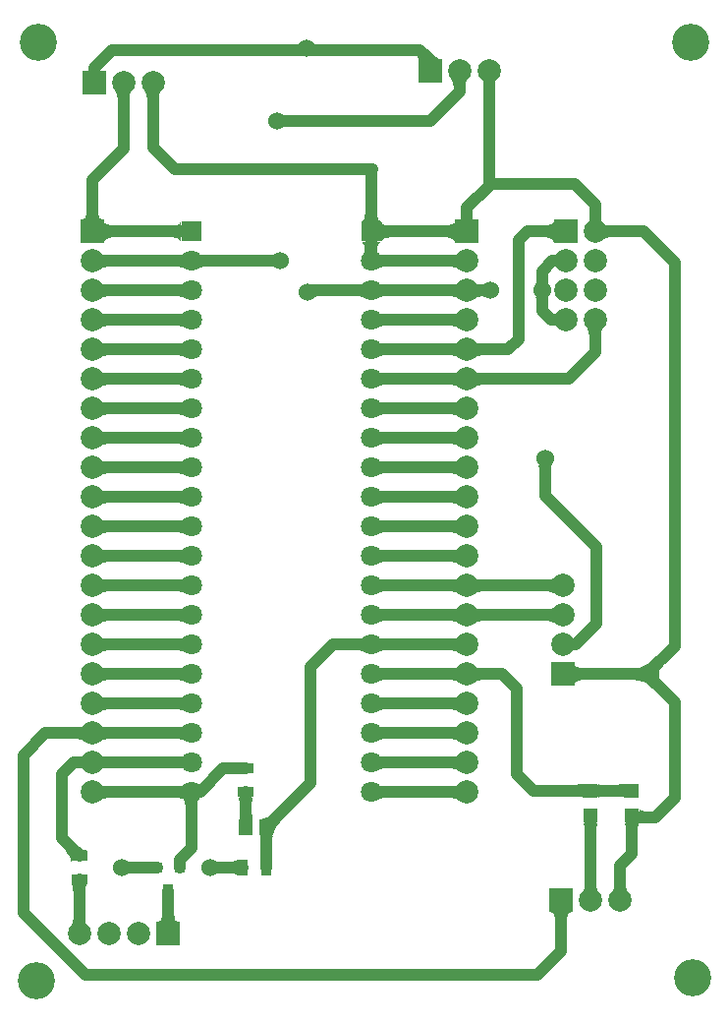
<source format=gbl>
G04 Layer_Physical_Order=2*
G04 Layer_Color=16711680*
%FSLAX44Y44*%
%MOMM*%
G71*
G01*
G75*
%ADD10R,1.2700X1.2700*%
%ADD11R,1.4000X0.9500*%
%ADD12R,0.9500X1.4000*%
%ADD13R,1.1600X1.4700*%
%ADD14R,0.9144X1.2700*%
%ADD15R,0.9144X0.9144*%
%ADD16C,1.0000*%
%ADD17C,1.5240*%
%ADD18R,2.0000X2.0000*%
%ADD19C,2.0000*%
%ADD20R,2.0000X2.0000*%
%ADD21R,1.8000X1.8000*%
%ADD22C,1.8000*%
%ADD23C,3.2000*%
G36*
X396719Y316850D02*
X396291Y317230D01*
X395790Y317570D01*
X395219Y317870D01*
X394575Y318130D01*
X393859Y318350D01*
X393071Y318530D01*
X392211Y318670D01*
X391279Y318770D01*
X389200Y318850D01*
Y328850D01*
X390275Y328870D01*
X392211Y329030D01*
X393071Y329170D01*
X393859Y329350D01*
X394575Y329570D01*
X395219Y329830D01*
X395790Y330130D01*
X396291Y330470D01*
X396719Y330850D01*
Y316850D01*
D02*
G37*
G36*
X88849Y330470D02*
X89349Y330130D01*
X89922Y329830D01*
X90565Y329570D01*
X91281Y329350D01*
X92069Y329170D01*
X92929Y329030D01*
X93861Y328930D01*
X95940Y328850D01*
Y318850D01*
X94865Y318830D01*
X92929Y318670D01*
X92069Y318530D01*
X91281Y318350D01*
X90565Y318130D01*
X89922Y317870D01*
X89349Y317570D01*
X88849Y317230D01*
X88421Y316850D01*
Y330850D01*
X88849Y330470D01*
D02*
G37*
G36*
X328061Y304503D02*
X328433Y304282D01*
X328884Y304087D01*
X329412Y303918D01*
X330018Y303775D01*
X330703Y303658D01*
X332307Y303502D01*
X333226Y303463D01*
X334223Y303450D01*
Y293450D01*
X333226Y293437D01*
X330703Y293242D01*
X330018Y293125D01*
X329412Y292982D01*
X328884Y292813D01*
X328433Y292618D01*
X328061Y292397D01*
X327767Y292150D01*
Y304750D01*
X328061Y304503D01*
D02*
G37*
G36*
X159913Y317550D02*
X159619Y317797D01*
X159247Y318018D01*
X158797Y318213D01*
X158268Y318382D01*
X157662Y318525D01*
X156977Y318642D01*
X155373Y318798D01*
X154454Y318837D01*
X153457Y318850D01*
Y328850D01*
X154454Y328863D01*
X156977Y329058D01*
X157662Y329175D01*
X158268Y329318D01*
X158797Y329487D01*
X159247Y329682D01*
X159619Y329903D01*
X159913Y330150D01*
Y317550D01*
D02*
G37*
G36*
X88849Y355870D02*
X89349Y355530D01*
X89922Y355230D01*
X90565Y354970D01*
X91281Y354750D01*
X92069Y354570D01*
X92929Y354430D01*
X93861Y354330D01*
X95940Y354250D01*
Y344250D01*
X94865Y344230D01*
X92929Y344070D01*
X92069Y343930D01*
X91281Y343750D01*
X90565Y343530D01*
X89922Y343270D01*
X89349Y342970D01*
X88849Y342630D01*
X88421Y342250D01*
Y356250D01*
X88849Y355870D01*
D02*
G37*
G36*
X328061Y329903D02*
X328433Y329682D01*
X328884Y329487D01*
X329412Y329318D01*
X330018Y329175D01*
X330703Y329058D01*
X332307Y328902D01*
X333226Y328863D01*
X334223Y328850D01*
Y318850D01*
X333226Y318837D01*
X330703Y318642D01*
X330018Y318525D01*
X329412Y318382D01*
X328884Y318213D01*
X328433Y318018D01*
X328061Y317797D01*
X327767Y317550D01*
Y330150D01*
X328061Y329903D01*
D02*
G37*
G36*
X314913Y317550D02*
X314619Y317797D01*
X314247Y318018D01*
X313797Y318213D01*
X313268Y318382D01*
X312662Y318525D01*
X311977Y318642D01*
X310373Y318798D01*
X309454Y318837D01*
X308457Y318850D01*
Y328850D01*
X309454Y328863D01*
X311977Y329058D01*
X312662Y329175D01*
X313268Y329318D01*
X313797Y329487D01*
X314247Y329682D01*
X314619Y329903D01*
X314913Y330150D01*
Y317550D01*
D02*
G37*
G36*
X159913Y292150D02*
X159619Y292397D01*
X159247Y292618D01*
X158797Y292813D01*
X158268Y292982D01*
X157662Y293125D01*
X156977Y293242D01*
X155373Y293398D01*
X154454Y293437D01*
X153457Y293450D01*
Y303450D01*
X154454Y303463D01*
X156977Y303658D01*
X157662Y303775D01*
X158268Y303918D01*
X158797Y304087D01*
X159247Y304282D01*
X159619Y304503D01*
X159913Y304750D01*
Y292150D01*
D02*
G37*
G36*
X572942Y305521D02*
X571669Y304107D01*
X570679Y302693D01*
X569972Y301278D01*
X569548Y299864D01*
X569407Y298450D01*
X569548Y297036D01*
X569972Y295622D01*
X570679Y294207D01*
X571669Y292793D01*
X572942Y291379D01*
X563800Y286379D01*
X562356Y287722D01*
X560854Y288925D01*
X559294Y289985D01*
X557674Y290904D01*
X555997Y291682D01*
X554260Y292319D01*
X552465Y292814D01*
X550612Y293167D01*
X548700Y293379D01*
X546729Y293450D01*
Y303450D01*
X548700Y303521D01*
X550612Y303733D01*
X552465Y304086D01*
X554260Y304581D01*
X555997Y305218D01*
X557674Y305996D01*
X559294Y306915D01*
X560854Y307976D01*
X562356Y309178D01*
X563800Y310521D01*
X572942Y305521D01*
D02*
G37*
G36*
X328061Y279103D02*
X328433Y278882D01*
X328884Y278687D01*
X329412Y278518D01*
X330018Y278375D01*
X330703Y278258D01*
X332307Y278102D01*
X333226Y278063D01*
X334223Y278050D01*
X334223Y268050D01*
X333226Y268037D01*
X330703Y267842D01*
X330018Y267725D01*
X329412Y267582D01*
X328884Y267413D01*
X328433Y267218D01*
X328061Y266997D01*
X327767Y266750D01*
X327767Y279350D01*
X328061Y279103D01*
D02*
G37*
G36*
X159913Y266750D02*
X159619Y266997D01*
X159247Y267218D01*
X158797Y267413D01*
X158268Y267582D01*
X157662Y267725D01*
X156977Y267842D01*
X155373Y267998D01*
X154454Y268037D01*
X153457Y268050D01*
Y278050D01*
X154454Y278063D01*
X156977Y278258D01*
X157662Y278375D01*
X158268Y278518D01*
X158797Y278687D01*
X159247Y278882D01*
X159619Y279103D01*
X159913Y279350D01*
Y266750D01*
D02*
G37*
G36*
X496479Y307475D02*
X496780Y306630D01*
X497280Y305885D01*
X497980Y305239D01*
X498880Y304692D01*
X499980Y304245D01*
X501279Y303897D01*
X502780Y303649D01*
X504479Y303500D01*
X506380Y303450D01*
Y293450D01*
X504479Y293400D01*
X502780Y293251D01*
X501279Y293003D01*
X499980Y292655D01*
X498880Y292208D01*
X497980Y291661D01*
X497280Y291015D01*
X496780Y290270D01*
X496479Y289425D01*
X496380Y288480D01*
Y308419D01*
X496479Y307475D01*
D02*
G37*
G36*
X411429Y305070D02*
X411930Y304730D01*
X412501Y304430D01*
X413145Y304170D01*
X413861Y303950D01*
X414649Y303770D01*
X415509Y303630D01*
X416441Y303530D01*
X418520Y303450D01*
Y293450D01*
X417445Y293430D01*
X415509Y293270D01*
X414649Y293130D01*
X413861Y292950D01*
X413145Y292730D01*
X412501Y292470D01*
X411930Y292170D01*
X411429Y291830D01*
X411001Y291450D01*
Y305450D01*
X411429Y305070D01*
D02*
G37*
G36*
X396719Y291450D02*
X396291Y291830D01*
X395790Y292170D01*
X395219Y292470D01*
X394575Y292730D01*
X393859Y292950D01*
X393071Y293130D01*
X392211Y293270D01*
X391279Y293370D01*
X389200Y293450D01*
Y303450D01*
X390275Y303470D01*
X392211Y303630D01*
X393071Y303770D01*
X393859Y303950D01*
X394575Y304170D01*
X395219Y304430D01*
X395790Y304730D01*
X396291Y305070D01*
X396719Y305450D01*
Y291450D01*
D02*
G37*
G36*
X88849Y305070D02*
X89349Y304730D01*
X89922Y304430D01*
X90565Y304170D01*
X91281Y303950D01*
X92069Y303770D01*
X92929Y303630D01*
X93861Y303530D01*
X95940Y303450D01*
Y293450D01*
X94865Y293430D01*
X92929Y293270D01*
X92069Y293130D01*
X91281Y292950D01*
X90565Y292730D01*
X89922Y292470D01*
X89349Y292170D01*
X88849Y291830D01*
X88421Y291450D01*
Y305450D01*
X88849Y305070D01*
D02*
G37*
G36*
X396719Y342250D02*
X396291Y342630D01*
X395790Y342970D01*
X395219Y343270D01*
X394575Y343530D01*
X393859Y343750D01*
X393071Y343930D01*
X392211Y344070D01*
X391279Y344170D01*
X389200Y344250D01*
Y354250D01*
X390275Y354270D01*
X392211Y354430D01*
X393071Y354570D01*
X393859Y354750D01*
X394575Y354970D01*
X395219Y355230D01*
X395790Y355530D01*
X396291Y355870D01*
X396719Y356250D01*
Y342250D01*
D02*
G37*
G36*
X88849Y406670D02*
X89349Y406330D01*
X89922Y406030D01*
X90565Y405770D01*
X91281Y405550D01*
X92069Y405370D01*
X92929Y405230D01*
X93861Y405130D01*
X95940Y405050D01*
Y395050D01*
X94865Y395030D01*
X92929Y394870D01*
X92069Y394730D01*
X91281Y394550D01*
X90565Y394330D01*
X89922Y394070D01*
X89349Y393770D01*
X88849Y393430D01*
X88421Y393050D01*
Y407050D01*
X88849Y406670D01*
D02*
G37*
G36*
X328061Y380703D02*
X328433Y380482D01*
X328884Y380287D01*
X329412Y380118D01*
X330018Y379975D01*
X330703Y379858D01*
X332307Y379702D01*
X333226Y379663D01*
X334223Y379650D01*
X334223Y369650D01*
X333226Y369637D01*
X330703Y369442D01*
X330018Y369325D01*
X329412Y369182D01*
X328884Y369013D01*
X328433Y368818D01*
X328061Y368597D01*
X327767Y368350D01*
X327767Y380950D01*
X328061Y380703D01*
D02*
G37*
G36*
X159913Y368350D02*
X159619Y368597D01*
X159247Y368818D01*
X158797Y369013D01*
X158268Y369182D01*
X157662Y369325D01*
X156977Y369442D01*
X155373Y369598D01*
X154454Y369637D01*
X153457Y369650D01*
Y379650D01*
X154454Y379663D01*
X156977Y379858D01*
X157662Y379975D01*
X158268Y380118D01*
X158797Y380287D01*
X159247Y380482D01*
X159619Y380703D01*
X159913Y380950D01*
Y368350D01*
D02*
G37*
G36*
X396719Y393050D02*
X396291Y393430D01*
X395790Y393770D01*
X395219Y394070D01*
X394575Y394330D01*
X393859Y394550D01*
X393071Y394730D01*
X392211Y394870D01*
X391279Y394970D01*
X389200Y395050D01*
Y405050D01*
X390275Y405070D01*
X392211Y405230D01*
X393071Y405370D01*
X393859Y405550D01*
X394575Y405770D01*
X395219Y406030D01*
X395790Y406330D01*
X396291Y406670D01*
X396719Y407050D01*
Y393050D01*
D02*
G37*
G36*
X88849Y432070D02*
X89349Y431730D01*
X89922Y431430D01*
X90565Y431170D01*
X91281Y430950D01*
X92069Y430770D01*
X92929Y430630D01*
X93861Y430530D01*
X95940Y430450D01*
Y420450D01*
X94865Y420430D01*
X92929Y420270D01*
X92069Y420130D01*
X91281Y419950D01*
X90565Y419730D01*
X89922Y419470D01*
X89349Y419170D01*
X88849Y418830D01*
X88421Y418450D01*
Y432450D01*
X88849Y432070D01*
D02*
G37*
G36*
X328061Y406103D02*
X328433Y405882D01*
X328884Y405687D01*
X329412Y405518D01*
X330018Y405375D01*
X330703Y405258D01*
X332307Y405102D01*
X333226Y405063D01*
X334223Y405050D01*
X334223Y395050D01*
X333226Y395037D01*
X330703Y394842D01*
X330018Y394725D01*
X329412Y394582D01*
X328884Y394413D01*
X328433Y394218D01*
X328061Y393997D01*
X327767Y393750D01*
X327767Y406350D01*
X328061Y406103D01*
D02*
G37*
G36*
X159913Y393750D02*
X159619Y393997D01*
X159247Y394218D01*
X158797Y394413D01*
X158268Y394582D01*
X157662Y394725D01*
X156977Y394842D01*
X155373Y394998D01*
X154454Y395037D01*
X153457Y395050D01*
X153457Y405050D01*
X154454Y405063D01*
X156977Y405258D01*
X157662Y405375D01*
X158268Y405518D01*
X158797Y405687D01*
X159247Y405882D01*
X159619Y406103D01*
X159913Y406350D01*
X159913Y393750D01*
D02*
G37*
G36*
X411429Y381270D02*
X411930Y380930D01*
X412501Y380630D01*
X413145Y380370D01*
X413861Y380150D01*
X414649Y379970D01*
X415509Y379830D01*
X416441Y379730D01*
X418520Y379650D01*
X418520Y369650D01*
X417444Y369630D01*
X415509Y369470D01*
X414649Y369330D01*
X413861Y369150D01*
X413145Y368930D01*
X412501Y368670D01*
X411930Y368370D01*
X411429Y368030D01*
X411001Y367650D01*
X411001Y381650D01*
X411429Y381270D01*
D02*
G37*
G36*
X159913Y342950D02*
X159619Y343197D01*
X159247Y343418D01*
X158797Y343613D01*
X158268Y343782D01*
X157662Y343925D01*
X156977Y344042D01*
X155373Y344198D01*
X154454Y344237D01*
X153457Y344250D01*
Y354250D01*
X154454Y354263D01*
X156977Y354458D01*
X157662Y354575D01*
X158268Y354718D01*
X158797Y354887D01*
X159247Y355082D01*
X159619Y355303D01*
X159913Y355550D01*
Y342950D01*
D02*
G37*
G36*
X479269Y342250D02*
X478840Y342630D01*
X478340Y342970D01*
X477769Y343270D01*
X477125Y343530D01*
X476409Y343750D01*
X475621Y343930D01*
X474761Y344070D01*
X473829Y344170D01*
X471750Y344250D01*
Y354250D01*
X472825Y354270D01*
X474761Y354430D01*
X475621Y354570D01*
X476409Y354750D01*
X477125Y354970D01*
X477769Y355230D01*
X478340Y355530D01*
X478840Y355870D01*
X479269Y356250D01*
Y342250D01*
D02*
G37*
G36*
X411429Y355870D02*
X411930Y355530D01*
X412501Y355230D01*
X413145Y354970D01*
X413861Y354750D01*
X414649Y354570D01*
X415509Y354430D01*
X416441Y354330D01*
X418520Y354250D01*
X418520Y344250D01*
X417445Y344230D01*
X415509Y344070D01*
X414649Y343930D01*
X413861Y343750D01*
X413145Y343530D01*
X412501Y343270D01*
X411930Y342970D01*
X411429Y342630D01*
X411001Y342250D01*
X411001Y356250D01*
X411429Y355870D01*
D02*
G37*
G36*
X328061Y355303D02*
X328433Y355082D01*
X328884Y354887D01*
X329412Y354718D01*
X330018Y354575D01*
X330703Y354458D01*
X332307Y354302D01*
X333226Y354263D01*
X334223Y354250D01*
Y344250D01*
X333226Y344237D01*
X330703Y344042D01*
X330018Y343925D01*
X329412Y343782D01*
X328884Y343613D01*
X328433Y343418D01*
X328061Y343197D01*
X327767Y342950D01*
Y355550D01*
X328061Y355303D01*
D02*
G37*
G36*
X396719Y367650D02*
X396291Y368030D01*
X395790Y368370D01*
X395219Y368670D01*
X394575Y368930D01*
X393859Y369150D01*
X393071Y369330D01*
X392211Y369470D01*
X391279Y369570D01*
X389200Y369650D01*
Y379650D01*
X390275Y379670D01*
X392211Y379830D01*
X393071Y379970D01*
X393859Y380150D01*
X394575Y380370D01*
X395219Y380630D01*
X395790Y380930D01*
X396291Y381270D01*
X396719Y381650D01*
Y367650D01*
D02*
G37*
G36*
X88849Y381270D02*
X89349Y380930D01*
X89922Y380630D01*
X90566Y380370D01*
X91281Y380150D01*
X92069Y379970D01*
X92929Y379830D01*
X93861Y379730D01*
X95940Y379650D01*
X95940Y369650D01*
X94865Y369630D01*
X92929Y369470D01*
X92069Y369330D01*
X91281Y369150D01*
X90565Y368930D01*
X89922Y368670D01*
X89349Y368370D01*
X88849Y368030D01*
X88421Y367650D01*
X88421Y381650D01*
X88849Y381270D01*
D02*
G37*
G36*
X479269Y367650D02*
X478840Y368030D01*
X478340Y368370D01*
X477769Y368670D01*
X477125Y368930D01*
X476409Y369150D01*
X475621Y369330D01*
X474761Y369470D01*
X473829Y369570D01*
X471750Y369650D01*
Y379650D01*
X472825Y379670D01*
X474761Y379830D01*
X475621Y379970D01*
X476409Y380150D01*
X477125Y380370D01*
X477769Y380630D01*
X478340Y380930D01*
X478840Y381270D01*
X479269Y381650D01*
Y367650D01*
D02*
G37*
G36*
X396719Y266050D02*
X396291Y266430D01*
X395790Y266770D01*
X395219Y267070D01*
X394575Y267330D01*
X393859Y267550D01*
X393071Y267730D01*
X392211Y267870D01*
X391279Y267970D01*
X389200Y268050D01*
Y278050D01*
X390275Y278070D01*
X392211Y278230D01*
X393071Y278370D01*
X393859Y278550D01*
X394575Y278770D01*
X395219Y279030D01*
X395790Y279330D01*
X396291Y279670D01*
X396719Y280050D01*
Y266050D01*
D02*
G37*
G36*
X243991Y172139D02*
X242647Y170736D01*
X240384Y167992D01*
X239465Y166651D01*
X238687Y165332D01*
X238051Y164033D01*
X237556Y162756D01*
X237202Y161500D01*
X236990Y160265D01*
X236919Y159051D01*
X236773Y158951D01*
X236642Y158651D01*
X236527Y158151D01*
X236427Y157451D01*
X236273Y155450D01*
X236150Y149051D01*
X226150D01*
X226142Y150950D01*
X225658Y158651D01*
X225527Y158951D01*
X225380Y159051D01*
X236919D01*
X225380Y173689D01*
X226595Y173760D01*
X227830Y173972D01*
X229086Y174326D01*
X230363Y174821D01*
X231662Y175457D01*
X232981Y176235D01*
X234322Y177154D01*
X235683Y178215D01*
X237066Y179417D01*
X238470Y180761D01*
X243991Y172139D01*
D02*
G37*
G36*
X66520Y152527D02*
X69152Y150264D01*
X70395Y149345D01*
X71588Y148567D01*
X72733Y147931D01*
X73828Y147436D01*
X74874Y147082D01*
X75871Y146870D01*
X76820Y146799D01*
X62881Y137360D01*
X62810Y138309D01*
X62598Y139306D01*
X62244Y140352D01*
X61749Y141447D01*
X61113Y142592D01*
X60335Y143785D01*
X59416Y145028D01*
X57153Y147660D01*
X55809Y149050D01*
X65131Y153871D01*
X66520Y152527D01*
D02*
G37*
G36*
X188599Y137351D02*
X188792Y137294D01*
X189069Y137244D01*
X189430Y137200D01*
X191021Y137110D01*
X193372Y137080D01*
Y127080D01*
X192504Y127077D01*
X188792Y126866D01*
X188599Y126809D01*
X188492Y126746D01*
Y137414D01*
X188599Y137351D01*
D02*
G37*
G36*
X516609Y170110D02*
X516385Y169811D01*
X516187Y169310D01*
X516015Y168610D01*
X515870Y167710D01*
X515659Y165310D01*
X515553Y162111D01*
X515540Y160210D01*
X505540D01*
X505527Y162111D01*
X505065Y168610D01*
X504893Y169310D01*
X504696Y169811D01*
X504471Y170110D01*
X504221Y170210D01*
X516860D01*
X516609Y170110D01*
D02*
G37*
G36*
X172416Y190150D02*
X172197Y189778D01*
X172003Y189327D01*
X171835Y188799D01*
X171693Y188192D01*
X171577Y187508D01*
X171422Y185903D01*
X171383Y184984D01*
X171370Y183987D01*
X161370Y183947D01*
X161357Y184944D01*
X161161Y187466D01*
X161043Y188151D01*
X160899Y188757D01*
X160729Y189286D01*
X160532Y189736D01*
X160310Y190108D01*
X160061Y190402D01*
X172661Y190444D01*
X172416Y190150D01*
D02*
G37*
G36*
X219955Y192190D02*
X219620Y191891D01*
X219325Y191390D01*
X219069Y190690D01*
X218852Y189790D01*
X218675Y188690D01*
X218537Y187390D01*
X218380Y184191D01*
X218364Y182680D01*
X218368Y181790D01*
X218846Y174090D01*
X218975Y173790D01*
X219119Y173689D01*
X207581D01*
X207729Y173790D01*
X207861Y174090D01*
X207978Y174590D01*
X208079Y175289D01*
X208235Y177290D01*
X208351Y183204D01*
X208340Y184191D01*
X208045Y188690D01*
X207868Y189790D01*
X207651Y190690D01*
X207395Y191390D01*
X207099Y191891D01*
X206765Y192190D01*
X206390Y192290D01*
X220329D01*
X219955Y192190D01*
D02*
G37*
G36*
X552519Y182358D02*
X552820Y181917D01*
X553320Y181529D01*
X554020Y181192D01*
X554920Y180907D01*
X556020Y180674D01*
X557319Y180493D01*
X558820Y180364D01*
X562420Y180260D01*
Y170260D01*
X552420Y170210D01*
X552169Y170110D01*
X551945Y169811D01*
X551747Y169310D01*
X551575Y168610D01*
X551430Y167710D01*
X551219Y165310D01*
X551113Y162111D01*
X551100Y160210D01*
X541100D01*
X541087Y162111D01*
X540625Y168610D01*
X540453Y169310D01*
X540256Y169811D01*
X540031Y170110D01*
X539781Y170210D01*
X552420D01*
Y182850D01*
X552519Y182358D01*
D02*
G37*
G36*
X112229Y137351D02*
X112422Y137294D01*
X112698Y137244D01*
X113060Y137200D01*
X114651Y137110D01*
X117002Y137080D01*
Y127080D01*
X116134Y127077D01*
X112422Y126866D01*
X112229Y126809D01*
X112122Y126746D01*
Y137414D01*
X112229Y137351D01*
D02*
G37*
G36*
X151603Y92999D02*
X151736Y91299D01*
X151959Y89799D01*
X152272Y88499D01*
X152673Y87400D01*
X153164Y86500D01*
X153744Y85800D01*
X154413Y85300D01*
X155172Y85000D01*
X156019Y84900D01*
X136558Y84869D01*
X137508Y84971D01*
X138358Y85273D01*
X139108Y85775D01*
X139758Y86478D01*
X140308Y87381D01*
X140758Y88484D01*
X141108Y89787D01*
X141358Y91291D01*
X141508Y92995D01*
X141558Y94900D01*
X151558D01*
X151603Y92999D01*
D02*
G37*
G36*
X494165Y94071D02*
X493321Y93771D01*
X492575Y93271D01*
X491929Y92570D01*
X491382Y91671D01*
X490935Y90570D01*
X490587Y89270D01*
X490339Y87771D01*
X490190Y86070D01*
X490140Y84171D01*
X480140D01*
X480090Y86070D01*
X479941Y87771D01*
X479693Y89270D01*
X479345Y90570D01*
X478898Y91671D01*
X478351Y92570D01*
X477705Y93271D01*
X476959Y93771D01*
X476115Y94071D01*
X475171Y94171D01*
X495109D01*
X494165Y94071D01*
D02*
G37*
G36*
X74870Y88515D02*
X75030Y86579D01*
X75170Y85719D01*
X75350Y84931D01*
X75570Y84215D01*
X75830Y83572D01*
X76130Y82999D01*
X76470Y82500D01*
X76850Y82071D01*
X75006D01*
X75100Y80286D01*
X64600D01*
X64647Y80378D01*
X64690Y80554D01*
X64728Y80815D01*
X64788Y81592D01*
X64799Y82071D01*
X62850D01*
X63230Y82500D01*
X63570Y82999D01*
X63870Y83572D01*
X64130Y84215D01*
X64350Y84931D01*
X64530Y85719D01*
X64670Y86579D01*
X64770Y87511D01*
X64850Y89590D01*
X74850D01*
X74870Y88515D01*
D02*
G37*
G36*
X76445Y117261D02*
X76111Y116960D01*
X75815Y116461D01*
X75559Y115760D01*
X75342Y114860D01*
X75165Y113760D01*
X75027Y112460D01*
X74870Y109261D01*
X74850Y107360D01*
X64850D01*
X64830Y109261D01*
X64535Y113760D01*
X64358Y114860D01*
X64141Y115760D01*
X63885Y116461D01*
X63590Y116960D01*
X63255Y117261D01*
X62881Y117360D01*
X76820D01*
X76445Y117261D01*
D02*
G37*
G36*
X206261Y125111D02*
X206161Y125485D01*
X205861Y125820D01*
X205361Y126115D01*
X204660Y126371D01*
X203761Y126588D01*
X202661Y126765D01*
X201360Y126903D01*
X198160Y127060D01*
X196261Y127080D01*
Y137080D01*
X198160Y137100D01*
X202661Y137395D01*
X203761Y137572D01*
X204660Y137789D01*
X205361Y138045D01*
X205861Y138341D01*
X206161Y138675D01*
X206261Y139050D01*
Y125111D01*
D02*
G37*
G36*
X540960Y117725D02*
X541120Y115789D01*
X541260Y114929D01*
X541440Y114141D01*
X541660Y113425D01*
X541920Y112781D01*
X542220Y112210D01*
X542560Y111709D01*
X542940Y111281D01*
X528940D01*
X529320Y111709D01*
X529660Y112210D01*
X529960Y112781D01*
X530220Y113425D01*
X530440Y114141D01*
X530620Y114929D01*
X530760Y115789D01*
X530860Y116721D01*
X530940Y118800D01*
X540940D01*
X540960Y117725D01*
D02*
G37*
G36*
X515560D02*
X515720Y115789D01*
X515860Y114929D01*
X516040Y114141D01*
X516260Y113425D01*
X516520Y112781D01*
X516820Y112210D01*
X517160Y111709D01*
X517540Y111281D01*
X503540D01*
X503920Y111709D01*
X504260Y112210D01*
X504560Y112781D01*
X504820Y113425D01*
X505040Y114141D01*
X505220Y114929D01*
X505360Y115789D01*
X505460Y116721D01*
X505540Y118800D01*
X515540D01*
X515560Y117725D01*
D02*
G37*
G36*
X88849Y203470D02*
X89349Y203130D01*
X89922Y202830D01*
X90565Y202570D01*
X91281Y202350D01*
X92069Y202170D01*
X92929Y202030D01*
X93861Y201930D01*
X95940Y201850D01*
Y191850D01*
X94865Y191830D01*
X92929Y191670D01*
X92069Y191530D01*
X91281Y191350D01*
X90565Y191130D01*
X89922Y190870D01*
X89349Y190570D01*
X88849Y190230D01*
X88421Y189850D01*
Y203850D01*
X88849Y203470D01*
D02*
G37*
G36*
Y254270D02*
X89349Y253930D01*
X89922Y253630D01*
X90565Y253370D01*
X91281Y253150D01*
X92069Y252970D01*
X92929Y252830D01*
X93861Y252730D01*
X95940Y252650D01*
Y242650D01*
X94865Y242630D01*
X92929Y242470D01*
X92069Y242330D01*
X91281Y242150D01*
X90565Y241930D01*
X89922Y241670D01*
X89349Y241370D01*
X88849Y241030D01*
X88421Y240650D01*
Y254650D01*
X88849Y254270D01*
D02*
G37*
G36*
X74139Y240650D02*
X73710Y241030D01*
X73211Y241370D01*
X72639Y241670D01*
X71995Y241930D01*
X71279Y242150D01*
X70491Y242330D01*
X69631Y242470D01*
X68699Y242570D01*
X66620Y242650D01*
Y252650D01*
X67695Y252670D01*
X69631Y252830D01*
X70491Y252970D01*
X71279Y253150D01*
X71995Y253370D01*
X72639Y253630D01*
X73211Y253930D01*
X73710Y254270D01*
X74139Y254650D01*
Y240650D01*
D02*
G37*
G36*
X328061Y228303D02*
X328433Y228082D01*
X328884Y227887D01*
X329412Y227718D01*
X330018Y227575D01*
X330703Y227458D01*
X332307Y227302D01*
X333226Y227263D01*
X334223Y227250D01*
Y217250D01*
X333226Y217237D01*
X330703Y217042D01*
X330018Y216925D01*
X329412Y216782D01*
X328884Y216613D01*
X328433Y216418D01*
X328061Y216197D01*
X327767Y215950D01*
Y228550D01*
X328061Y228303D01*
D02*
G37*
G36*
X396719Y240650D02*
X396291Y241030D01*
X395790Y241370D01*
X395219Y241670D01*
X394575Y241930D01*
X393859Y242150D01*
X393071Y242330D01*
X392211Y242470D01*
X391279Y242570D01*
X389200Y242650D01*
Y252650D01*
X390275Y252670D01*
X392211Y252830D01*
X393071Y252970D01*
X393859Y253150D01*
X394575Y253370D01*
X395219Y253630D01*
X395790Y253930D01*
X396291Y254270D01*
X396719Y254650D01*
Y240650D01*
D02*
G37*
G36*
X88849Y279670D02*
X89349Y279330D01*
X89922Y279030D01*
X90566Y278770D01*
X91281Y278550D01*
X92069Y278370D01*
X92929Y278230D01*
X93861Y278130D01*
X95940Y278050D01*
X95940Y268050D01*
X94865Y268030D01*
X92929Y267870D01*
X92069Y267730D01*
X91281Y267550D01*
X90565Y267330D01*
X89922Y267070D01*
X89349Y266770D01*
X88849Y266430D01*
X88421Y266050D01*
X88421Y280050D01*
X88849Y279670D01*
D02*
G37*
G36*
X328061Y253703D02*
X328433Y253482D01*
X328884Y253287D01*
X329412Y253118D01*
X330018Y252975D01*
X330703Y252858D01*
X332307Y252702D01*
X333226Y252663D01*
X334223Y252650D01*
Y242650D01*
X333226Y242637D01*
X330703Y242442D01*
X330018Y242325D01*
X329412Y242182D01*
X328884Y242013D01*
X328433Y241818D01*
X328061Y241597D01*
X327767Y241350D01*
Y253950D01*
X328061Y253703D01*
D02*
G37*
G36*
X159913Y241350D02*
X159619Y241597D01*
X159247Y241818D01*
X158797Y242013D01*
X158268Y242182D01*
X157662Y242325D01*
X156977Y242442D01*
X155373Y242598D01*
X154454Y242637D01*
X153457Y242650D01*
Y252650D01*
X154454Y252663D01*
X156977Y252858D01*
X157662Y252975D01*
X158268Y253118D01*
X158797Y253287D01*
X159247Y253482D01*
X159619Y253703D01*
X159913Y253950D01*
Y241350D01*
D02*
G37*
G36*
X396719Y215250D02*
X396291Y215630D01*
X395790Y215970D01*
X395219Y216270D01*
X394575Y216530D01*
X393859Y216750D01*
X393071Y216930D01*
X392211Y217070D01*
X391279Y217170D01*
X389200Y217250D01*
Y227250D01*
X390275Y227270D01*
X392211Y227430D01*
X393071Y227570D01*
X393859Y227750D01*
X394575Y227970D01*
X395219Y228230D01*
X395790Y228530D01*
X396291Y228870D01*
X396719Y229250D01*
Y215250D01*
D02*
G37*
G36*
X328061Y202903D02*
X328433Y202682D01*
X328884Y202487D01*
X329412Y202318D01*
X330018Y202175D01*
X330703Y202058D01*
X332307Y201902D01*
X333226Y201863D01*
X334223Y201850D01*
Y191850D01*
X333226Y191837D01*
X330703Y191642D01*
X330018Y191525D01*
X329412Y191382D01*
X328884Y191213D01*
X328433Y191018D01*
X328061Y190797D01*
X327767Y190550D01*
Y203150D01*
X328061Y202903D01*
D02*
G37*
G36*
X159913Y190550D02*
X159619Y190797D01*
X159247Y191018D01*
X158797Y191213D01*
X158268Y191382D01*
X157662Y191525D01*
X156977Y191642D01*
X155373Y191798D01*
X154454Y191837D01*
X153457Y191850D01*
Y201850D01*
X154454Y201863D01*
X156977Y202058D01*
X157662Y202175D01*
X158268Y202318D01*
X158797Y202487D01*
X159247Y202682D01*
X159619Y202903D01*
X159913Y203150D01*
Y190550D01*
D02*
G37*
G36*
X396719Y189850D02*
X396291Y190230D01*
X395790Y190570D01*
X395219Y190870D01*
X394575Y191130D01*
X393859Y191350D01*
X393071Y191530D01*
X392211Y191670D01*
X391279Y191770D01*
X389200Y191850D01*
Y201850D01*
X390275Y201870D01*
X392211Y202030D01*
X393071Y202170D01*
X393859Y202350D01*
X394575Y202570D01*
X395219Y202830D01*
X395790Y203130D01*
X396291Y203470D01*
X396719Y203850D01*
Y189850D01*
D02*
G37*
G36*
X504221Y191800D02*
X504120Y192051D01*
X503820Y192276D01*
X503321Y192473D01*
X502621Y192645D01*
X501721Y192790D01*
X499320Y193001D01*
X496120Y193107D01*
X494221Y193120D01*
Y203120D01*
X496120Y203133D01*
X502621Y203595D01*
X503321Y203766D01*
X503820Y203965D01*
X504120Y204189D01*
X504221Y204440D01*
Y191800D01*
D02*
G37*
G36*
X182605Y198394D02*
X174038Y192188D01*
X171821Y203988D01*
X172099Y203841D01*
X172425Y203788D01*
X172801Y203828D01*
X173226Y203962D01*
X173700Y204190D01*
X174223Y204512D01*
X174795Y204927D01*
X175416Y205436D01*
X176805Y206736D01*
X182605Y198394D01*
D02*
G37*
G36*
X539781Y191800D02*
X539680Y192051D01*
X539380Y192276D01*
X538881Y192473D01*
X538181Y192645D01*
X537281Y192790D01*
X534880Y193001D01*
X531680Y193107D01*
X529781Y193120D01*
Y203120D01*
X531680Y203133D01*
X538181Y203595D01*
X538881Y203766D01*
X539380Y203965D01*
X539680Y204189D01*
X539781Y204440D01*
Y191800D01*
D02*
G37*
G36*
X516959Y204189D02*
X517259Y203965D01*
X517760Y203766D01*
X518460Y203595D01*
X519360Y203450D01*
X521759Y203239D01*
X524959Y203133D01*
X526860Y203120D01*
Y193120D01*
X524959Y193107D01*
X518460Y192645D01*
X517760Y192473D01*
X517259Y192276D01*
X516959Y192051D01*
X516860Y191800D01*
Y204440D01*
X516959Y204189D01*
D02*
G37*
G36*
X396719Y418450D02*
X396291Y418830D01*
X395790Y419170D01*
X395219Y419470D01*
X394575Y419730D01*
X393859Y419950D01*
X393071Y420130D01*
X392211Y420270D01*
X391279Y420370D01*
X389200Y420450D01*
Y430450D01*
X390275Y430470D01*
X392211Y430630D01*
X393071Y430770D01*
X393859Y430950D01*
X394575Y431170D01*
X395219Y431430D01*
X395790Y431730D01*
X396291Y432070D01*
X396719Y432450D01*
Y418450D01*
D02*
G37*
G36*
X88849Y660670D02*
X89349Y660330D01*
X89922Y660030D01*
X90565Y659770D01*
X91281Y659550D01*
X92069Y659370D01*
X92929Y659230D01*
X93861Y659130D01*
X95940Y659050D01*
Y649050D01*
X94865Y649030D01*
X92929Y648870D01*
X92069Y648730D01*
X91281Y648550D01*
X90565Y648330D01*
X89922Y648070D01*
X89349Y647770D01*
X88849Y647430D01*
X88421Y647050D01*
Y661050D01*
X88849Y660670D01*
D02*
G37*
G36*
X411429Y635270D02*
X411930Y634930D01*
X412501Y634630D01*
X413145Y634370D01*
X413861Y634150D01*
X414649Y633970D01*
X415509Y633830D01*
X416316Y633743D01*
X418438Y633864D01*
X418630Y633921D01*
X418738Y633984D01*
Y623316D01*
X418630Y623379D01*
X418438Y623436D01*
X418162Y623486D01*
X417800Y623530D01*
X416870Y623582D01*
X415509Y623470D01*
X414649Y623330D01*
X413861Y623150D01*
X413145Y622930D01*
X412501Y622670D01*
X411930Y622370D01*
X411429Y622030D01*
X411001Y621650D01*
X411001Y635650D01*
X411429Y635270D01*
D02*
G37*
G36*
X277917Y623650D02*
X277052Y623644D01*
X273957Y623426D01*
X273583Y623345D01*
X273292Y623252D01*
X273082Y623146D01*
X272955Y623028D01*
X271177Y633546D01*
X275602Y633650D01*
X277917Y623650D01*
D02*
G37*
G36*
X396719Y647050D02*
X396291Y647430D01*
X395790Y647770D01*
X395219Y648070D01*
X394575Y648330D01*
X393859Y648550D01*
X393071Y648730D01*
X392211Y648870D01*
X391279Y648970D01*
X389200Y649050D01*
Y659050D01*
X390275Y659070D01*
X392211Y659230D01*
X393071Y659370D01*
X393859Y659550D01*
X394575Y659770D01*
X395219Y660030D01*
X395790Y660330D01*
X396291Y660670D01*
X396719Y661050D01*
Y647050D01*
D02*
G37*
G36*
X328061Y660103D02*
X328433Y659882D01*
X328884Y659687D01*
X329412Y659518D01*
X330018Y659375D01*
X330703Y659258D01*
X332307Y659102D01*
X333226Y659063D01*
X334223Y659050D01*
Y649050D01*
X333226Y649037D01*
X330703Y648842D01*
X330018Y648725D01*
X329412Y648582D01*
X328884Y648413D01*
X328433Y648218D01*
X328061Y647997D01*
X327767Y647750D01*
Y660350D01*
X328061Y660103D01*
D02*
G37*
G36*
X173061D02*
X173433Y659882D01*
X173883Y659687D01*
X174412Y659518D01*
X175018Y659375D01*
X175703Y659258D01*
X177307Y659102D01*
X178226Y659063D01*
X179223Y659050D01*
Y649050D01*
X178226Y649037D01*
X175703Y648842D01*
X175018Y648725D01*
X174412Y648582D01*
X173883Y648413D01*
X173433Y648218D01*
X173061Y647997D01*
X172767Y647750D01*
Y660350D01*
X173061Y660103D01*
D02*
G37*
G36*
X159913Y647750D02*
X159619Y647997D01*
X159247Y648218D01*
X158797Y648413D01*
X158268Y648582D01*
X157662Y648725D01*
X156977Y648842D01*
X155373Y648998D01*
X154454Y649037D01*
X153457Y649050D01*
Y659050D01*
X154454Y659063D01*
X156977Y659258D01*
X157662Y659375D01*
X158268Y659518D01*
X158797Y659687D01*
X159247Y659882D01*
X159619Y660103D01*
X159913Y660350D01*
Y647750D01*
D02*
G37*
G36*
X314913Y622350D02*
X314619Y622597D01*
X314247Y622818D01*
X313797Y623013D01*
X313268Y623182D01*
X312662Y623325D01*
X311977Y623442D01*
X310373Y623598D01*
X309454Y623637D01*
X308457Y623650D01*
Y633650D01*
X309454Y633663D01*
X311977Y633858D01*
X312662Y633975D01*
X313268Y634118D01*
X313797Y634287D01*
X314247Y634482D01*
X314619Y634703D01*
X314913Y634950D01*
Y622350D01*
D02*
G37*
G36*
X473633Y638104D02*
X473844Y634392D01*
X473901Y634199D01*
X473964Y634092D01*
X468630Y628650D01*
X473964Y623208D01*
X473901Y623101D01*
X473844Y622908D01*
X473633Y619196D01*
X473630Y618328D01*
X463630D01*
X463600Y620679D01*
X463510Y622270D01*
X463466Y622631D01*
X463416Y622908D01*
X463359Y623101D01*
X463296Y623208D01*
X468630Y628650D01*
X463296Y634092D01*
X463359Y634199D01*
X463416Y634392D01*
X463466Y634669D01*
X463510Y635030D01*
X463600Y636621D01*
X463630Y638972D01*
X473630D01*
X473633Y638104D01*
D02*
G37*
G36*
X328061Y609303D02*
X328433Y609082D01*
X328884Y608887D01*
X329412Y608718D01*
X330018Y608575D01*
X330703Y608458D01*
X332307Y608302D01*
X333226Y608263D01*
X334223Y608250D01*
Y598250D01*
X333226Y598237D01*
X330703Y598042D01*
X330018Y597925D01*
X329412Y597782D01*
X328884Y597613D01*
X328433Y597418D01*
X328061Y597197D01*
X327767Y596950D01*
Y609550D01*
X328061Y609303D01*
D02*
G37*
G36*
X159913Y596950D02*
X159619Y597197D01*
X159247Y597418D01*
X158797Y597613D01*
X158268Y597782D01*
X157662Y597925D01*
X156977Y598042D01*
X155373Y598198D01*
X154454Y598237D01*
X153457Y598250D01*
Y608250D01*
X154454Y608263D01*
X156977Y608458D01*
X157662Y608575D01*
X158268Y608718D01*
X158797Y608887D01*
X159247Y609082D01*
X159619Y609303D01*
X159913Y609550D01*
Y596950D01*
D02*
G37*
G36*
X88849Y635270D02*
X89349Y634930D01*
X89922Y634630D01*
X90565Y634370D01*
X91281Y634150D01*
X92069Y633970D01*
X92929Y633830D01*
X93861Y633730D01*
X95940Y633650D01*
Y623650D01*
X94865Y623630D01*
X92929Y623470D01*
X92069Y623330D01*
X91281Y623150D01*
X90565Y622930D01*
X89922Y622670D01*
X89349Y622370D01*
X88849Y622030D01*
X88421Y621650D01*
Y635650D01*
X88849Y635270D01*
D02*
G37*
G36*
X328061Y634703D02*
X328433Y634482D01*
X328884Y634287D01*
X329412Y634118D01*
X330018Y633975D01*
X330703Y633858D01*
X332307Y633702D01*
X333226Y633663D01*
X334223Y633650D01*
X334223Y623650D01*
X333226Y623637D01*
X330703Y623442D01*
X330018Y623325D01*
X329412Y623182D01*
X328884Y623013D01*
X328433Y622818D01*
X328061Y622597D01*
X327767Y622350D01*
X327767Y634950D01*
X328061Y634703D01*
D02*
G37*
G36*
X159913Y622350D02*
X159619Y622597D01*
X159247Y622818D01*
X158797Y623013D01*
X158268Y623182D01*
X157662Y623325D01*
X156977Y623442D01*
X155373Y623598D01*
X154454Y623637D01*
X153457Y623650D01*
X153457Y633650D01*
X154454Y633663D01*
X156977Y633858D01*
X157662Y633975D01*
X158268Y634118D01*
X158797Y634287D01*
X159247Y634482D01*
X159619Y634703D01*
X159913Y634950D01*
X159913Y622350D01*
D02*
G37*
G36*
X396719Y621650D02*
X396291Y622030D01*
X395790Y622370D01*
X395219Y622670D01*
X394575Y622930D01*
X393859Y623150D01*
X393071Y623330D01*
X392211Y623470D01*
X391279Y623570D01*
X389200Y623650D01*
Y633650D01*
X390275Y633670D01*
X392211Y633830D01*
X393071Y633970D01*
X393859Y634150D01*
X394575Y634370D01*
X395219Y634630D01*
X395790Y634930D01*
X396291Y635270D01*
X396719Y635650D01*
Y621650D01*
D02*
G37*
G36*
X237128Y648716D02*
X237020Y648779D01*
X236828Y648836D01*
X236551Y648886D01*
X236190Y648930D01*
X234599Y649020D01*
X232248Y649050D01*
Y659050D01*
X233116Y659053D01*
X236828Y659264D01*
X237020Y659321D01*
X237128Y659384D01*
Y648716D01*
D02*
G37*
G36*
X139970Y800151D02*
X139630Y799650D01*
X139330Y799079D01*
X139070Y798435D01*
X138850Y797719D01*
X138670Y796931D01*
X138530Y796071D01*
X138430Y795139D01*
X138350Y793060D01*
X128350D01*
X128330Y794135D01*
X128170Y796071D01*
X128030Y796931D01*
X127850Y797719D01*
X127630Y798435D01*
X127370Y799079D01*
X127070Y799650D01*
X126730Y800151D01*
X126350Y800579D01*
X140350D01*
X139970Y800151D01*
D02*
G37*
G36*
X114570D02*
X114230Y799650D01*
X113930Y799079D01*
X113670Y798435D01*
X113450Y797719D01*
X113270Y796931D01*
X113130Y796071D01*
X113030Y795139D01*
X112950Y793060D01*
X102950D01*
X102930Y794135D01*
X102770Y796071D01*
X102630Y796931D01*
X102450Y797719D01*
X102230Y798435D01*
X101970Y799079D01*
X101670Y799650D01*
X101330Y800151D01*
X100950Y800579D01*
X114950D01*
X114570Y800151D01*
D02*
G37*
G36*
X245579Y779971D02*
X245772Y779914D01*
X246049Y779864D01*
X246410Y779820D01*
X248001Y779730D01*
X250352Y779700D01*
Y769700D01*
X249484Y769697D01*
X245772Y769486D01*
X245579Y769429D01*
X245472Y769366D01*
Y780034D01*
X245579Y779971D01*
D02*
G37*
G36*
X404130Y810311D02*
X403790Y809810D01*
X403490Y809239D01*
X403230Y808595D01*
X403010Y807879D01*
X402830Y807091D01*
X402690Y806231D01*
X402590Y805299D01*
X402510Y803220D01*
X392510D01*
X392490Y804295D01*
X392330Y806231D01*
X392190Y807091D01*
X392010Y807879D01*
X391790Y808595D01*
X391530Y809239D01*
X391230Y809810D01*
X390890Y810311D01*
X390510Y810739D01*
X404510D01*
X404130Y810311D01*
D02*
G37*
G36*
X271812Y841164D02*
X272022Y841058D01*
X272313Y840965D01*
X272687Y840884D01*
X273142Y840816D01*
X274298Y840716D01*
X275782Y840666D01*
X276647Y840660D01*
X274332Y830660D01*
X269907Y830764D01*
X265430Y835152D01*
X271685Y841282D01*
X271812Y841164D01*
D02*
G37*
G36*
X265430Y835152D02*
X260953Y830764D01*
X256528Y830660D01*
X254213Y840660D01*
X255078Y840666D01*
X256562Y840716D01*
X257718Y840816D01*
X258174Y840884D01*
X258547Y840965D01*
X258838Y841058D01*
X259048Y841164D01*
X259175Y841282D01*
X265430Y835152D01*
D02*
G37*
G36*
X369550Y836441D02*
X376444Y830501D01*
X377837Y829547D01*
X379096Y828804D01*
X380223Y828274D01*
X381218Y827956D01*
X382080Y827850D01*
X362141D01*
X362116Y828220D01*
X362042Y828603D01*
X361919Y828998D01*
X361748Y829407D01*
X361526Y829828D01*
X361256Y830262D01*
X360937Y830708D01*
X360569Y831168D01*
X359684Y832124D01*
X367495Y838456D01*
X369550Y836441D01*
D02*
G37*
G36*
X86330Y697520D02*
X86479Y695819D01*
X86727Y694320D01*
X87075Y693019D01*
X87522Y691919D01*
X88069Y691020D01*
X88715Y690320D01*
X89460Y689819D01*
X90305Y689520D01*
X91250Y689419D01*
X71311D01*
X72255Y689520D01*
X73099Y689819D01*
X73845Y690320D01*
X74491Y691020D01*
X75038Y691919D01*
X75485Y693019D01*
X75833Y694320D01*
X76081Y695819D01*
X76230Y697520D01*
X76280Y699419D01*
X86280D01*
X86330Y697520D01*
D02*
G37*
G36*
X393890Y669481D02*
X393791Y670425D01*
X393490Y671270D01*
X392990Y672015D01*
X392290Y672661D01*
X391390Y673208D01*
X390290Y673655D01*
X388991Y674003D01*
X387491Y674251D01*
X385790Y674400D01*
X383890Y674450D01*
Y684450D01*
X385790Y684500D01*
X387491Y684649D01*
X388991Y684897D01*
X390290Y685245D01*
X391390Y685692D01*
X392290Y686239D01*
X392990Y686885D01*
X393490Y687630D01*
X393791Y688475D01*
X393890Y689419D01*
Y669481D01*
D02*
G37*
G36*
X91349Y688475D02*
X91650Y687630D01*
X92149Y686885D01*
X92850Y686239D01*
X93750Y685692D01*
X94850Y685245D01*
X96150Y684897D01*
X97649Y684649D01*
X99349Y684500D01*
X101250Y684450D01*
Y674450D01*
X99349Y674400D01*
X97649Y674251D01*
X96150Y674003D01*
X94850Y673655D01*
X93750Y673208D01*
X92850Y672661D01*
X92149Y672015D01*
X91650Y671270D01*
X91349Y670425D01*
X91250Y669481D01*
Y689419D01*
X91349Y688475D01*
D02*
G37*
G36*
X330410Y687665D02*
X330709Y686991D01*
X331209Y686395D01*
X331909Y685879D01*
X332809Y685442D01*
X333909Y685085D01*
X335210Y684807D01*
X336710Y684609D01*
X338410Y684490D01*
X340309Y684450D01*
Y674450D01*
X338410Y674410D01*
X335210Y674093D01*
X333909Y673815D01*
X332809Y673458D01*
X331909Y673021D01*
X331209Y672505D01*
X330709Y671909D01*
X330410Y671235D01*
X330309Y670480D01*
X329555Y670380D01*
X328881Y670080D01*
X328285Y669581D01*
X327769Y668880D01*
X327332Y667980D01*
X326975Y666880D01*
X326697Y665581D01*
X326499Y664081D01*
X326498Y664064D01*
X326548Y663413D01*
X326665Y662728D01*
X326808Y662122D01*
X326977Y661593D01*
X327172Y661143D01*
X327393Y660771D01*
X327640Y660477D01*
X315040D01*
X315287Y660771D01*
X315508Y661143D01*
X315703Y661593D01*
X315872Y662122D01*
X316015Y662728D01*
X316132Y663413D01*
X316165Y663748D01*
X315983Y665581D01*
X315705Y666880D01*
X315348Y667980D01*
X314911Y668880D01*
X314395Y669581D01*
X313799Y670080D01*
X313125Y670380D01*
X312370Y670480D01*
X330309D01*
Y688419D01*
X330410Y687665D01*
D02*
G37*
G36*
X478980Y669481D02*
X478881Y670425D01*
X478581Y671270D01*
X478080Y672015D01*
X477380Y672661D01*
X476480Y673208D01*
X475381Y673655D01*
X474081Y674003D01*
X472580Y674251D01*
X470881Y674400D01*
X468980Y674450D01*
Y684450D01*
X470881Y684500D01*
X472580Y684649D01*
X474081Y684897D01*
X475381Y685245D01*
X476480Y685692D01*
X477380Y686239D01*
X478080Y686885D01*
X478581Y687630D01*
X478881Y688475D01*
X478980Y689419D01*
Y669481D01*
D02*
G37*
G36*
X326380Y696519D02*
X326697Y693319D01*
X326975Y692020D01*
X327332Y690919D01*
X327769Y690020D01*
X328285Y689320D01*
X328881Y688820D01*
X329555Y688520D01*
X330309Y688419D01*
X312370D01*
X313125Y688520D01*
X313799Y688820D01*
X314395Y689320D01*
X314911Y690020D01*
X315348Y690919D01*
X315705Y692020D01*
X315983Y693319D01*
X316181Y694819D01*
X316300Y696519D01*
X316340Y698419D01*
X326340D01*
X326380Y696519D01*
D02*
G37*
G36*
X521920Y686070D02*
X522420Y685730D01*
X522991Y685430D01*
X523635Y685170D01*
X524351Y684950D01*
X525139Y684770D01*
X525999Y684630D01*
X526931Y684530D01*
X529010Y684450D01*
Y674450D01*
X527935Y674430D01*
X525999Y674270D01*
X525139Y674130D01*
X524351Y673950D01*
X523635Y673730D01*
X522991Y673470D01*
X522420Y673170D01*
X521920Y672830D01*
X521491Y672450D01*
Y686450D01*
X521920Y686070D01*
D02*
G37*
G36*
X157371Y670480D02*
X157270Y671235D01*
X156971Y671909D01*
X156470Y672505D01*
X155771Y673021D01*
X154871Y673458D01*
X153771Y673815D01*
X152471Y674093D01*
X150970Y674291D01*
X149270Y674410D01*
X147371Y674450D01*
Y684450D01*
X149270Y684490D01*
X152471Y684807D01*
X153771Y685085D01*
X154871Y685442D01*
X155771Y685879D01*
X156470Y686395D01*
X156971Y686991D01*
X157270Y687665D01*
X157371Y688419D01*
Y670480D01*
D02*
G37*
G36*
X396719Y596250D02*
X396291Y596630D01*
X395790Y596970D01*
X395219Y597270D01*
X394575Y597530D01*
X393859Y597750D01*
X393071Y597930D01*
X392211Y598070D01*
X391279Y598170D01*
X389200Y598250D01*
Y608250D01*
X390275Y608270D01*
X392211Y608430D01*
X393071Y608570D01*
X393859Y608750D01*
X394575Y608970D01*
X395219Y609230D01*
X395790Y609530D01*
X396291Y609870D01*
X396719Y610250D01*
Y596250D01*
D02*
G37*
G36*
X476441Y478321D02*
X476384Y478128D01*
X476334Y477851D01*
X476290Y477490D01*
X476200Y475899D01*
X476170Y473548D01*
X466170D01*
X466167Y474416D01*
X465956Y478128D01*
X465899Y478321D01*
X465836Y478428D01*
X476504D01*
X476441Y478321D01*
D02*
G37*
G36*
X328061Y482303D02*
X328433Y482082D01*
X328884Y481887D01*
X329412Y481718D01*
X330018Y481575D01*
X330703Y481458D01*
X332307Y481302D01*
X333226Y481263D01*
X334223Y481250D01*
Y471250D01*
X333226Y471237D01*
X330703Y471042D01*
X330018Y470925D01*
X329412Y470782D01*
X328884Y470613D01*
X328433Y470418D01*
X328061Y470197D01*
X327767Y469950D01*
Y482550D01*
X328061Y482303D01*
D02*
G37*
G36*
X159913Y469950D02*
X159619Y470197D01*
X159247Y470418D01*
X158797Y470613D01*
X158268Y470782D01*
X157662Y470925D01*
X156977Y471042D01*
X155373Y471198D01*
X154454Y471237D01*
X153457Y471250D01*
Y481250D01*
X154454Y481263D01*
X156977Y481458D01*
X157662Y481575D01*
X158268Y481718D01*
X158797Y481887D01*
X159247Y482082D01*
X159619Y482303D01*
X159913Y482550D01*
Y469950D01*
D02*
G37*
G36*
X88849Y508270D02*
X89349Y507930D01*
X89922Y507630D01*
X90566Y507370D01*
X91281Y507150D01*
X92069Y506970D01*
X92929Y506830D01*
X93861Y506730D01*
X95940Y506650D01*
X95940Y496650D01*
X94865Y496630D01*
X92929Y496470D01*
X92069Y496330D01*
X91281Y496150D01*
X90565Y495930D01*
X89922Y495670D01*
X89349Y495370D01*
X88849Y495030D01*
X88421Y494650D01*
X88421Y508650D01*
X88849Y508270D01*
D02*
G37*
G36*
X328061Y507703D02*
X328433Y507482D01*
X328884Y507287D01*
X329412Y507118D01*
X330018Y506975D01*
X330703Y506858D01*
X332307Y506702D01*
X333226Y506663D01*
X334223Y506650D01*
X334223Y496650D01*
X333226Y496637D01*
X330703Y496442D01*
X330018Y496325D01*
X329412Y496182D01*
X328884Y496013D01*
X328433Y495818D01*
X328061Y495597D01*
X327767Y495350D01*
X327767Y507950D01*
X328061Y507703D01*
D02*
G37*
G36*
X159913Y495350D02*
X159619Y495597D01*
X159247Y495818D01*
X158797Y496013D01*
X158268Y496182D01*
X157662Y496325D01*
X156977Y496442D01*
X155373Y496598D01*
X154454Y496637D01*
X153457Y496650D01*
Y506650D01*
X154454Y506663D01*
X156977Y506858D01*
X157662Y506975D01*
X158268Y507118D01*
X158797Y507287D01*
X159247Y507482D01*
X159619Y507703D01*
X159913Y507950D01*
Y495350D01*
D02*
G37*
G36*
X396719Y494650D02*
X396291Y495030D01*
X395790Y495370D01*
X395219Y495670D01*
X394575Y495930D01*
X393859Y496150D01*
X393071Y496330D01*
X392211Y496470D01*
X391279Y496570D01*
X389200Y496650D01*
Y506650D01*
X390275Y506670D01*
X392211Y506830D01*
X393071Y506970D01*
X393859Y507150D01*
X394575Y507370D01*
X395219Y507630D01*
X395790Y507930D01*
X396291Y508270D01*
X396719Y508650D01*
Y494650D01*
D02*
G37*
G36*
Y469250D02*
X396291Y469630D01*
X395790Y469970D01*
X395219Y470270D01*
X394575Y470530D01*
X393859Y470750D01*
X393071Y470930D01*
X392211Y471070D01*
X391279Y471170D01*
X389200Y471250D01*
Y481250D01*
X390275Y481270D01*
X392211Y481430D01*
X393071Y481570D01*
X393859Y481750D01*
X394575Y481970D01*
X395219Y482230D01*
X395790Y482530D01*
X396291Y482870D01*
X396719Y483250D01*
Y469250D01*
D02*
G37*
G36*
X88849Y457470D02*
X89349Y457130D01*
X89922Y456830D01*
X90565Y456570D01*
X91281Y456350D01*
X92069Y456170D01*
X92929Y456030D01*
X93861Y455930D01*
X95940Y455850D01*
Y445850D01*
X94865Y445830D01*
X92929Y445670D01*
X92069Y445530D01*
X91281Y445350D01*
X90565Y445130D01*
X89922Y444870D01*
X89349Y444570D01*
X88849Y444230D01*
X88421Y443850D01*
Y457850D01*
X88849Y457470D01*
D02*
G37*
G36*
X328061Y431503D02*
X328433Y431282D01*
X328884Y431087D01*
X329412Y430918D01*
X330018Y430775D01*
X330703Y430658D01*
X332307Y430502D01*
X333226Y430463D01*
X334223Y430450D01*
Y420450D01*
X333226Y420437D01*
X330703Y420242D01*
X330018Y420125D01*
X329412Y419982D01*
X328884Y419813D01*
X328433Y419618D01*
X328061Y419397D01*
X327767Y419150D01*
Y431750D01*
X328061Y431503D01*
D02*
G37*
G36*
X159913Y419150D02*
X159619Y419397D01*
X159247Y419618D01*
X158797Y419813D01*
X158268Y419982D01*
X157662Y420125D01*
X156977Y420242D01*
X155373Y420398D01*
X154454Y420437D01*
X153457Y420450D01*
Y430450D01*
X154454Y430463D01*
X156977Y430658D01*
X157662Y430775D01*
X158268Y430918D01*
X158797Y431087D01*
X159247Y431282D01*
X159619Y431503D01*
X159913Y431750D01*
Y419150D01*
D02*
G37*
G36*
X396719Y443850D02*
X396291Y444230D01*
X395790Y444570D01*
X395219Y444870D01*
X394575Y445130D01*
X393859Y445350D01*
X393071Y445530D01*
X392211Y445670D01*
X391279Y445770D01*
X389200Y445850D01*
Y455850D01*
X390275Y455870D01*
X392211Y456030D01*
X393071Y456170D01*
X393859Y456350D01*
X394575Y456570D01*
X395219Y456830D01*
X395790Y457130D01*
X396291Y457470D01*
X396719Y457850D01*
Y443850D01*
D02*
G37*
G36*
X88849Y482870D02*
X89349Y482530D01*
X89922Y482230D01*
X90565Y481970D01*
X91281Y481750D01*
X92069Y481570D01*
X92929Y481430D01*
X93861Y481330D01*
X95940Y481250D01*
Y471250D01*
X94865Y471230D01*
X92929Y471070D01*
X92069Y470930D01*
X91281Y470750D01*
X90565Y470530D01*
X89922Y470270D01*
X89349Y469970D01*
X88849Y469630D01*
X88421Y469250D01*
Y483250D01*
X88849Y482870D01*
D02*
G37*
G36*
X328061Y456903D02*
X328433Y456682D01*
X328884Y456487D01*
X329412Y456318D01*
X330018Y456175D01*
X330703Y456058D01*
X332307Y455902D01*
X333226Y455863D01*
X334223Y455850D01*
Y445850D01*
X333226Y445837D01*
X330703Y445642D01*
X330018Y445525D01*
X329412Y445382D01*
X328884Y445213D01*
X328433Y445018D01*
X328061Y444797D01*
X327767Y444550D01*
Y457150D01*
X328061Y456903D01*
D02*
G37*
G36*
X159913Y444550D02*
X159619Y444797D01*
X159247Y445018D01*
X158797Y445213D01*
X158268Y445382D01*
X157662Y445525D01*
X156977Y445642D01*
X155373Y445798D01*
X154454Y445837D01*
X153457Y445850D01*
Y455850D01*
X154454Y455863D01*
X156977Y456058D01*
X157662Y456175D01*
X158268Y456318D01*
X158797Y456487D01*
X159247Y456682D01*
X159619Y456903D01*
X159913Y457150D01*
Y444550D01*
D02*
G37*
G36*
X88849Y533670D02*
X89349Y533330D01*
X89922Y533030D01*
X90565Y532770D01*
X91281Y532550D01*
X92069Y532370D01*
X92929Y532230D01*
X93861Y532130D01*
X95940Y532050D01*
Y522050D01*
X94865Y522030D01*
X92929Y521870D01*
X92069Y521730D01*
X91281Y521550D01*
X90565Y521330D01*
X89922Y521070D01*
X89349Y520770D01*
X88849Y520430D01*
X88421Y520050D01*
Y534050D01*
X88849Y533670D01*
D02*
G37*
G36*
X411429Y584470D02*
X411930Y584130D01*
X412501Y583830D01*
X413145Y583570D01*
X413861Y583350D01*
X414649Y583170D01*
X415509Y583030D01*
X416441Y582930D01*
X418520Y582850D01*
Y572850D01*
X417445Y572830D01*
X415509Y572670D01*
X414649Y572530D01*
X413861Y572350D01*
X413145Y572130D01*
X412501Y571870D01*
X411930Y571570D01*
X411429Y571230D01*
X411001Y570850D01*
Y584850D01*
X411429Y584470D01*
D02*
G37*
G36*
X396719Y570850D02*
X396291Y571230D01*
X395790Y571570D01*
X395219Y571870D01*
X394575Y572130D01*
X393859Y572350D01*
X393071Y572530D01*
X392211Y572670D01*
X391279Y572770D01*
X389200Y572850D01*
Y582850D01*
X390275Y582870D01*
X392211Y583030D01*
X393071Y583170D01*
X393859Y583350D01*
X394575Y583570D01*
X395219Y583830D01*
X395790Y584130D01*
X396291Y584470D01*
X396719Y584850D01*
Y570850D01*
D02*
G37*
G36*
X88849Y584470D02*
X89349Y584130D01*
X89922Y583830D01*
X90565Y583570D01*
X91281Y583350D01*
X92069Y583170D01*
X92929Y583030D01*
X93861Y582930D01*
X95940Y582850D01*
Y572850D01*
X94865Y572830D01*
X92929Y572670D01*
X92069Y572530D01*
X91281Y572350D01*
X90565Y572130D01*
X89922Y571870D01*
X89349Y571570D01*
X88849Y571230D01*
X88421Y570850D01*
Y584850D01*
X88849Y584470D01*
D02*
G37*
G36*
X159913Y571550D02*
X159619Y571797D01*
X159247Y572018D01*
X158797Y572213D01*
X158268Y572382D01*
X157662Y572525D01*
X156977Y572642D01*
X155373Y572798D01*
X154454Y572837D01*
X153457Y572850D01*
Y582850D01*
X154454Y582863D01*
X156977Y583058D01*
X157662Y583175D01*
X158268Y583318D01*
X158797Y583487D01*
X159247Y583682D01*
X159619Y583903D01*
X159913Y584150D01*
Y571550D01*
D02*
G37*
G36*
X88849Y609870D02*
X89349Y609530D01*
X89922Y609230D01*
X90565Y608970D01*
X91281Y608750D01*
X92069Y608570D01*
X92929Y608430D01*
X93861Y608330D01*
X95940Y608250D01*
Y598250D01*
X94865Y598230D01*
X92929Y598070D01*
X92069Y597930D01*
X91281Y597750D01*
X90565Y597530D01*
X89922Y597270D01*
X89349Y596970D01*
X88849Y596630D01*
X88421Y596250D01*
Y610250D01*
X88849Y609870D01*
D02*
G37*
G36*
X520970Y595681D02*
X520630Y595181D01*
X520330Y594608D01*
X520070Y593965D01*
X519850Y593249D01*
X519670Y592461D01*
X519530Y591601D01*
X519430Y590669D01*
X519350Y588590D01*
X509350D01*
X509330Y589665D01*
X509170Y591601D01*
X509030Y592461D01*
X508850Y593249D01*
X508630Y593965D01*
X508370Y594608D01*
X508070Y595181D01*
X507730Y595681D01*
X507350Y596109D01*
X521350D01*
X520970Y595681D01*
D02*
G37*
G36*
X328061Y583903D02*
X328433Y583682D01*
X328884Y583487D01*
X329412Y583318D01*
X330018Y583175D01*
X330703Y583058D01*
X332307Y582902D01*
X333226Y582863D01*
X334223Y582850D01*
Y572850D01*
X333226Y572837D01*
X330703Y572642D01*
X330018Y572525D01*
X329412Y572382D01*
X328884Y572213D01*
X328433Y572018D01*
X328061Y571797D01*
X327767Y571550D01*
Y584150D01*
X328061Y583903D01*
D02*
G37*
G36*
Y558503D02*
X328433Y558282D01*
X328884Y558087D01*
X329412Y557918D01*
X330018Y557775D01*
X330703Y557658D01*
X332307Y557502D01*
X333226Y557463D01*
X334223Y557450D01*
Y547450D01*
X333226Y547437D01*
X330703Y547242D01*
X330018Y547125D01*
X329412Y546982D01*
X328884Y546813D01*
X328433Y546618D01*
X328061Y546397D01*
X327767Y546150D01*
Y558750D01*
X328061Y558503D01*
D02*
G37*
G36*
Y533103D02*
X328433Y532882D01*
X328884Y532687D01*
X329412Y532518D01*
X330018Y532375D01*
X330703Y532258D01*
X332307Y532102D01*
X333226Y532063D01*
X334223Y532050D01*
Y522050D01*
X333226Y522037D01*
X330703Y521842D01*
X330018Y521725D01*
X329412Y521582D01*
X328884Y521413D01*
X328433Y521218D01*
X328061Y520997D01*
X327767Y520750D01*
Y533350D01*
X328061Y533103D01*
D02*
G37*
G36*
X159913Y520750D02*
X159619Y520997D01*
X159247Y521218D01*
X158797Y521413D01*
X158268Y521582D01*
X157662Y521725D01*
X156977Y521842D01*
X155373Y521998D01*
X154454Y522037D01*
X153457Y522050D01*
Y532050D01*
X154454Y532063D01*
X156977Y532258D01*
X157662Y532375D01*
X158268Y532518D01*
X158797Y532687D01*
X159247Y532882D01*
X159619Y533103D01*
X159913Y533350D01*
Y520750D01*
D02*
G37*
G36*
X396719Y520050D02*
X396291Y520430D01*
X395790Y520770D01*
X395219Y521070D01*
X394575Y521330D01*
X393859Y521550D01*
X393071Y521730D01*
X392211Y521870D01*
X391279Y521970D01*
X389200Y522050D01*
Y532050D01*
X390275Y532070D01*
X392211Y532230D01*
X393071Y532370D01*
X393859Y532550D01*
X394575Y532770D01*
X395219Y533030D01*
X395790Y533330D01*
X396291Y533670D01*
X396719Y534050D01*
Y520050D01*
D02*
G37*
G36*
X88849Y559070D02*
X89349Y558730D01*
X89922Y558430D01*
X90565Y558170D01*
X91281Y557950D01*
X92069Y557770D01*
X92929Y557630D01*
X93861Y557530D01*
X95940Y557450D01*
Y547450D01*
X94865Y547430D01*
X92929Y547270D01*
X92069Y547130D01*
X91281Y546950D01*
X90565Y546730D01*
X89922Y546470D01*
X89349Y546170D01*
X88849Y545830D01*
X88421Y545450D01*
Y559450D01*
X88849Y559070D01*
D02*
G37*
G36*
X159913Y546150D02*
X159619Y546397D01*
X159247Y546618D01*
X158797Y546813D01*
X158268Y546982D01*
X157662Y547125D01*
X156977Y547242D01*
X155373Y547398D01*
X154454Y547437D01*
X153457Y547450D01*
Y557450D01*
X154454Y557463D01*
X156977Y557658D01*
X157662Y557775D01*
X158268Y557918D01*
X158797Y558087D01*
X159247Y558282D01*
X159619Y558503D01*
X159913Y558750D01*
Y546150D01*
D02*
G37*
G36*
X411429Y559070D02*
X411930Y558730D01*
X412501Y558430D01*
X413145Y558170D01*
X413861Y557950D01*
X414649Y557770D01*
X415509Y557630D01*
X416441Y557530D01*
X418520Y557450D01*
Y547450D01*
X417445Y547430D01*
X415509Y547270D01*
X414649Y547130D01*
X413861Y546950D01*
X413145Y546730D01*
X412501Y546470D01*
X411930Y546170D01*
X411429Y545830D01*
X411001Y545450D01*
Y559450D01*
X411429Y559070D01*
D02*
G37*
G36*
X396719Y545450D02*
X396291Y545830D01*
X395790Y546170D01*
X395219Y546470D01*
X394575Y546730D01*
X393859Y546950D01*
X393071Y547130D01*
X392211Y547270D01*
X391279Y547370D01*
X389200Y547450D01*
Y557450D01*
X390275Y557470D01*
X392211Y557630D01*
X393071Y557770D01*
X393859Y557950D01*
X394575Y558170D01*
X395219Y558430D01*
X395790Y558730D01*
X396291Y559070D01*
X396719Y559450D01*
Y545450D01*
D02*
G37*
D10*
X510540Y176530D02*
D03*
Y198120D02*
D03*
X546100Y176530D02*
D03*
Y198120D02*
D03*
D11*
X213360Y197010D02*
D03*
Y217010D02*
D03*
X69850Y122080D02*
D03*
Y142080D02*
D03*
D12*
X230980Y132080D02*
D03*
X210980D02*
D03*
D13*
X213350Y166370D02*
D03*
X231150D02*
D03*
D14*
X146558Y111760D02*
D03*
D15*
X137160Y132080D02*
D03*
X156210D02*
D03*
D16*
X64770Y222250D02*
X81280D01*
X54610Y212090D02*
X64770Y222250D01*
X54610Y157320D02*
Y212090D01*
X496570Y720090D02*
X514350Y702310D01*
X422910Y720090D02*
X496570D01*
X422910D02*
Y817880D01*
X514350Y679450D02*
Y702310D01*
X403860Y699770D02*
X422910Y718820D01*
X97790Y835660D02*
X363220D01*
X372110Y826770D01*
Y817880D02*
Y826770D01*
X397510Y800100D02*
Y817880D01*
X372110Y774700D02*
X397510Y800100D01*
X74930Y39370D02*
X464820D01*
X21590Y92710D02*
X74930Y39370D01*
X21590Y92710D02*
Y228600D01*
X515620Y341630D02*
Y407670D01*
X497840Y323850D02*
X515620Y341630D01*
X486410Y323850D02*
X497840D01*
X471170Y480060D02*
X473075Y481965D01*
X471170Y452120D02*
Y480060D01*
Y452120D02*
X515620Y407670D01*
X582930Y322580D02*
Y652780D01*
X556260Y679450D02*
X582930Y652780D01*
X514350Y679450D02*
X556260D01*
X558800Y298450D02*
X582930Y274320D01*
Y191770D02*
Y274320D01*
X566420Y175260D02*
X582930Y191770D01*
X547370Y175260D02*
X566420D01*
X558800Y298450D02*
X582930Y322580D01*
X486410Y298450D02*
X558800D01*
X546100Y176530D02*
X547370Y175260D01*
X240030Y774700D02*
X372110D01*
X266700Y627380D02*
X267970Y628650D01*
X321340D01*
X152400Y732790D02*
X322580D01*
X321340Y731550D02*
X322580Y732790D01*
X133350Y751840D02*
X152400Y732790D01*
X133350Y751840D02*
Y807720D01*
X321340Y679450D02*
Y731550D01*
X166340Y654050D02*
X242570D01*
X81280Y679450D02*
Y723900D01*
X107950Y750570D01*
Y807720D01*
X82550Y820420D02*
X97790Y835660D01*
X82550Y807720D02*
Y820420D01*
X182880Y132250D02*
X183050Y132080D01*
X210980D01*
X231150Y166370D02*
X269240Y204460D01*
Y304800D01*
X230980Y132080D02*
X231150Y132250D01*
Y166370D01*
X213350D02*
X213360Y166380D01*
Y197010D01*
X166340Y196850D02*
X173990D01*
X194150Y217010D01*
X213360D01*
X40640Y247650D02*
X81280D01*
X21590Y228600D02*
X40640Y247650D01*
X464820Y39370D02*
X485140Y59690D01*
Y104140D01*
X447040Y212090D02*
Y285750D01*
X434340Y298450D02*
X447040Y285750D01*
X403860Y298450D02*
X434340D01*
X461010Y198120D02*
X510540D01*
X447040Y212090D02*
X461010Y198120D01*
X510540D02*
X546100D01*
Y143510D02*
Y176530D01*
X535940Y133350D02*
X546100Y143510D01*
X535940Y104140D02*
Y133350D01*
X510540Y104140D02*
Y176530D01*
X269240Y304800D02*
X288290Y323850D01*
X321340D01*
X491490Y552450D02*
X514350Y575310D01*
X403860Y552450D02*
X491490D01*
X514350Y575310D02*
Y603250D01*
X403860Y628650D02*
X424180Y628650D01*
X468630Y645160D02*
X477520Y654050D01*
X468630Y610870D02*
Y645160D01*
Y610870D02*
X476250Y603250D01*
X488950D01*
X448310Y586740D02*
Y671830D01*
X439420Y577850D02*
X448310Y586740D01*
X403860Y577850D02*
X439420D01*
X455930Y679450D02*
X488950D01*
X448310Y671830D02*
X455930Y679450D01*
X477520Y654050D02*
X488950D01*
X403860Y679450D02*
Y699770D01*
X166340Y196850D02*
X166370Y196820D01*
Y148590D02*
Y196820D01*
X156210Y138430D02*
X166370Y148590D01*
X156210Y132080D02*
Y138430D01*
X106680Y132080D02*
X137160D01*
X69850Y74930D02*
Y122080D01*
X54610Y157320D02*
X69850Y142080D01*
X321340Y654050D02*
Y679450D01*
X146050Y74930D02*
X146558Y75438D01*
Y111760D01*
X403860Y349250D02*
X403860Y349250D01*
X486410D01*
X403860Y374650D02*
X403860Y374650D01*
X486410D01*
X321340Y679450D02*
X403860D01*
X321340Y654050D02*
X403860D01*
X321340Y628650D02*
X321340Y628650D01*
X403860D01*
X321340Y603250D02*
X403860D01*
X321340Y577850D02*
X403860D01*
X321340Y552450D02*
X403860D01*
X321340Y527050D02*
X403860D01*
X321340Y501650D02*
X321340Y501650D01*
X403860D01*
X321340Y476250D02*
X403860D01*
X321340Y450850D02*
X403860D01*
X321340Y425450D02*
X403860D01*
X321340Y400050D02*
X321340Y400050D01*
X403860D01*
X321340Y374650D02*
X321340Y374650D01*
X403860D01*
X321340Y349250D02*
X403860D01*
X321340Y323850D02*
X403860D01*
X321340Y298450D02*
X403860D01*
X321340Y273050D02*
X321340Y273050D01*
X403860D01*
X321340Y247650D02*
X403860D01*
X321340Y222250D02*
X403860D01*
X321340Y196850D02*
X403860D01*
X81280D02*
X166340D01*
X81280Y222250D02*
X166340D01*
X81280Y247650D02*
X166340D01*
X81280Y273050D02*
X81280Y273050D01*
X166340D01*
X81280Y298450D02*
X166340D01*
X81280Y323850D02*
X166340D01*
X81280Y349250D02*
X166340D01*
X81280Y374650D02*
X81280Y374650D01*
X166340D01*
X166340Y400050D02*
X166340Y400050D01*
X81280Y400050D02*
X166340D01*
X81280Y425450D02*
X166340D01*
X81280Y450850D02*
X166340D01*
X81280Y476250D02*
X166340D01*
X81280Y501650D02*
X81280Y501650D01*
X166340D01*
X81280Y527050D02*
X166340D01*
X81280Y552450D02*
X166340D01*
X81280Y577850D02*
X166340D01*
X81280Y603250D02*
X166340D01*
X166340Y628650D02*
X166340Y628650D01*
X81280Y628650D02*
X166340D01*
X81280Y654050D02*
X166340D01*
X81280Y679450D02*
X166340D01*
D17*
X471170Y483870D02*
D03*
X265430Y836930D02*
D03*
X266700Y627380D02*
D03*
X242570Y654050D02*
D03*
X240030Y774700D02*
D03*
X183050Y132080D02*
D03*
X106680D02*
D03*
X468630Y628650D02*
D03*
X424180D02*
D03*
D18*
X403860Y679450D02*
D03*
X81280D02*
D03*
X488950D02*
D03*
X486410Y298450D02*
D03*
D19*
X403860Y654050D02*
D03*
Y628650D02*
D03*
Y603250D02*
D03*
Y577850D02*
D03*
Y552450D02*
D03*
Y527050D02*
D03*
Y501650D02*
D03*
Y476250D02*
D03*
Y450850D02*
D03*
Y425450D02*
D03*
Y400050D02*
D03*
Y374650D02*
D03*
Y349250D02*
D03*
Y323850D02*
D03*
Y298450D02*
D03*
Y273050D02*
D03*
Y247650D02*
D03*
Y222250D02*
D03*
Y196850D02*
D03*
X81280Y654050D02*
D03*
Y628650D02*
D03*
Y603250D02*
D03*
Y577850D02*
D03*
Y552450D02*
D03*
Y527050D02*
D03*
Y501650D02*
D03*
Y476250D02*
D03*
Y450850D02*
D03*
Y425450D02*
D03*
Y400050D02*
D03*
Y374650D02*
D03*
Y349250D02*
D03*
Y323850D02*
D03*
Y298450D02*
D03*
Y273050D02*
D03*
Y247650D02*
D03*
Y222250D02*
D03*
Y196850D02*
D03*
X69850Y74930D02*
D03*
X95250D02*
D03*
X120650D02*
D03*
X422910Y817880D02*
D03*
X397510D02*
D03*
X133350Y807720D02*
D03*
X107950D02*
D03*
X514350Y679450D02*
D03*
X488950Y654050D02*
D03*
X514350D02*
D03*
X488950Y628650D02*
D03*
X514350Y628650D02*
D03*
X488950Y603250D02*
D03*
X514350D02*
D03*
X535940Y104140D02*
D03*
X510540D02*
D03*
X486410Y323850D02*
D03*
Y349250D02*
D03*
Y374650D02*
D03*
D20*
X146050Y74930D02*
D03*
X372110Y817880D02*
D03*
X82550Y807720D02*
D03*
X485140Y104140D02*
D03*
D21*
X321340Y679450D02*
D03*
X166340D02*
D03*
D22*
X321340Y654050D02*
D03*
Y628650D02*
D03*
Y603250D02*
D03*
Y577850D02*
D03*
Y552450D02*
D03*
Y527050D02*
D03*
Y501650D02*
D03*
Y476250D02*
D03*
Y450850D02*
D03*
Y425450D02*
D03*
Y400050D02*
D03*
Y374650D02*
D03*
Y349250D02*
D03*
Y323850D02*
D03*
Y298450D02*
D03*
Y273050D02*
D03*
Y247650D02*
D03*
Y222250D02*
D03*
Y196850D02*
D03*
X166340D02*
D03*
Y222250D02*
D03*
Y247650D02*
D03*
Y273050D02*
D03*
Y298450D02*
D03*
Y323850D02*
D03*
Y349250D02*
D03*
Y374650D02*
D03*
Y400050D02*
D03*
Y425450D02*
D03*
Y450850D02*
D03*
Y476250D02*
D03*
Y501650D02*
D03*
Y527050D02*
D03*
Y552450D02*
D03*
Y577850D02*
D03*
Y603250D02*
D03*
Y628650D02*
D03*
Y654050D02*
D03*
D23*
X33020Y34290D02*
D03*
X34290Y842010D02*
D03*
X596900D02*
D03*
X598170Y36830D02*
D03*
M02*

</source>
